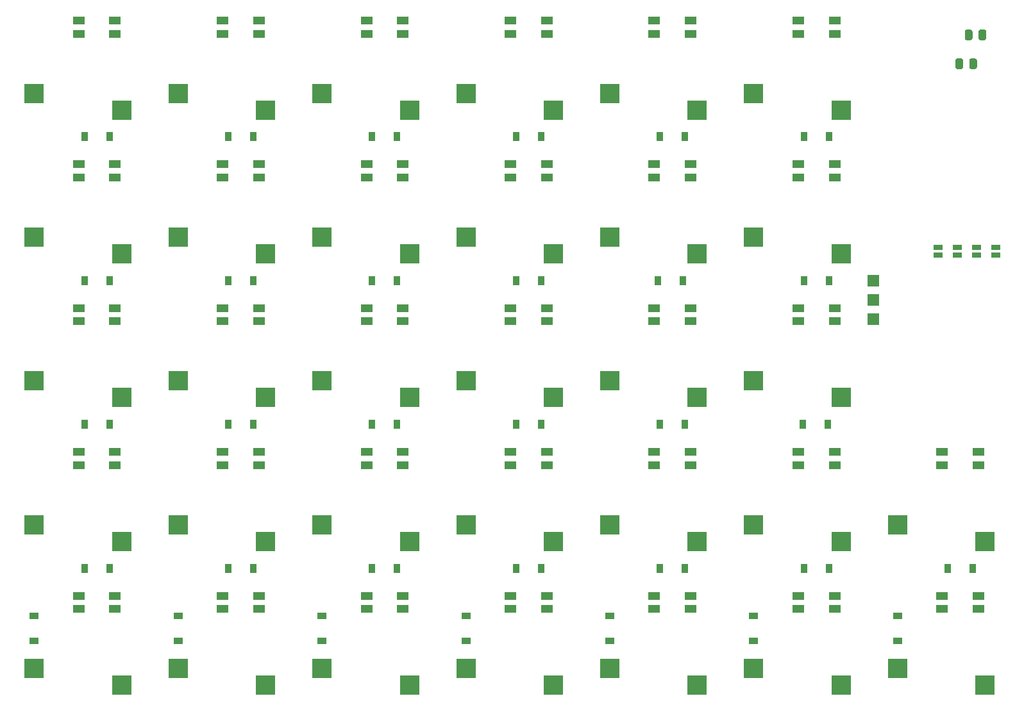
<source format=gbr>
G04 #@! TF.GenerationSoftware,KiCad,Pcbnew,(5.1.10)-1*
G04 #@! TF.CreationDate,2021-11-03T01:03:34+01:00*
G04 #@! TF.ProjectId,helix,68656c69-782e-46b6-9963-61645f706362,rev?*
G04 #@! TF.SameCoordinates,Original*
G04 #@! TF.FileFunction,Paste,Bot*
G04 #@! TF.FilePolarity,Positive*
%FSLAX46Y46*%
G04 Gerber Fmt 4.6, Leading zero omitted, Abs format (unit mm)*
G04 Created by KiCad (PCBNEW (5.1.10)-1) date 2021-11-03 01:03:34*
%MOMM*%
%LPD*%
G01*
G04 APERTURE LIST*
%ADD10R,2.600000X2.600000*%
%ADD11R,0.900000X1.200000*%
%ADD12R,1.600000X1.000000*%
%ADD13R,1.200000X0.900000*%
%ADD14R,1.524000X1.524000*%
%ADD15R,1.143000X0.635000*%
G04 APERTURE END LIST*
D10*
X197725000Y-132750000D03*
X209275000Y-134950000D03*
X178725000Y-132750000D03*
X190275000Y-134950000D03*
X159725000Y-132750000D03*
X171275000Y-134950000D03*
X140725000Y-132750000D03*
X152275000Y-134950000D03*
X121725000Y-132750000D03*
X133275000Y-134950000D03*
X102725000Y-132750000D03*
X114275000Y-134950000D03*
X83725000Y-132750000D03*
X95275000Y-134950000D03*
X197725000Y-113750000D03*
X209275000Y-115950000D03*
X178725000Y-113750000D03*
X190275000Y-115950000D03*
X159725000Y-113750000D03*
X171275000Y-115950000D03*
X140725000Y-113750000D03*
X152275000Y-115950000D03*
X121725000Y-113750000D03*
X133275000Y-115950000D03*
X102725000Y-113750000D03*
X114275000Y-115950000D03*
X83725000Y-113750000D03*
X95275000Y-115950000D03*
X178725000Y-94750000D03*
X190275000Y-96950000D03*
X159725000Y-94750000D03*
X171275000Y-96950000D03*
X140725000Y-94750000D03*
X152275000Y-96950000D03*
X121725000Y-94750000D03*
X133275000Y-96950000D03*
X102725000Y-94750000D03*
X114275000Y-96950000D03*
X83725000Y-94750000D03*
X95275000Y-96950000D03*
X178725000Y-75750000D03*
X190275000Y-77950000D03*
X159725000Y-75750000D03*
X171275000Y-77950000D03*
X140725000Y-75750000D03*
X152275000Y-77950000D03*
X121725000Y-75750000D03*
X133275000Y-77950000D03*
X102725000Y-75750000D03*
X114275000Y-77950000D03*
X83725000Y-75750000D03*
X95275000Y-77950000D03*
X178725000Y-56750000D03*
X190275000Y-58950000D03*
X159725000Y-56750000D03*
X171275000Y-58950000D03*
X140725000Y-56750000D03*
X152275000Y-58950000D03*
X121725000Y-56750000D03*
X133275000Y-58950000D03*
X102725000Y-56750000D03*
X114275000Y-58950000D03*
X83725000Y-56750000D03*
X95275000Y-58950000D03*
G36*
G01*
X206588300Y-49489680D02*
X206588300Y-48589880D01*
G75*
G02*
X206838400Y-48339780I250100J0D01*
G01*
X207363200Y-48339780D01*
G75*
G02*
X207613300Y-48589880I0J-250100D01*
G01*
X207613300Y-49489680D01*
G75*
G02*
X207363200Y-49739780I-250100J0D01*
G01*
X206838400Y-49739780D01*
G75*
G02*
X206588300Y-49489680I0J250100D01*
G01*
G37*
G36*
G01*
X208413300Y-49489680D02*
X208413300Y-48589880D01*
G75*
G02*
X208663400Y-48339780I250100J0D01*
G01*
X209188200Y-48339780D01*
G75*
G02*
X209438300Y-48589880I0J-250100D01*
G01*
X209438300Y-49489680D01*
G75*
G02*
X209188200Y-49739780I-250100J0D01*
G01*
X208663400Y-49739780D01*
G75*
G02*
X208413300Y-49489680I0J250100D01*
G01*
G37*
G36*
G01*
X205360110Y-53297140D02*
X205360110Y-52397340D01*
G75*
G02*
X205610210Y-52147240I250100J0D01*
G01*
X206135010Y-52147240D01*
G75*
G02*
X206385110Y-52397340I0J-250100D01*
G01*
X206385110Y-53297140D01*
G75*
G02*
X206135010Y-53547240I-250100J0D01*
G01*
X205610210Y-53547240D01*
G75*
G02*
X205360110Y-53297140I0J250100D01*
G01*
G37*
G36*
G01*
X207185110Y-53297140D02*
X207185110Y-52397340D01*
G75*
G02*
X207435210Y-52147240I250100J0D01*
G01*
X207960010Y-52147240D01*
G75*
G02*
X208210110Y-52397340I0J-250100D01*
G01*
X208210110Y-53297140D01*
G75*
G02*
X207960010Y-53547240I-250100J0D01*
G01*
X207435210Y-53547240D01*
G75*
G02*
X207185110Y-53297140I0J250100D01*
G01*
G37*
D11*
X131650000Y-62500000D03*
X128350000Y-62500000D03*
X207633000Y-119500000D03*
X204333000Y-119500000D03*
D12*
X151400000Y-48875000D03*
X151400000Y-47125000D03*
X146600000Y-47125000D03*
X146600000Y-48875000D03*
D13*
X197725000Y-125814400D03*
X197725000Y-129114400D03*
X178725000Y-125814400D03*
X178725000Y-129114400D03*
X159725000Y-125814400D03*
X159725000Y-129114400D03*
X140725000Y-125814400D03*
X140725000Y-129114400D03*
X121725000Y-125814400D03*
X121725000Y-129114400D03*
X102725000Y-125814400D03*
X102725000Y-129114400D03*
X83725000Y-129114400D03*
X83725000Y-125814400D03*
D11*
X188659200Y-119500000D03*
X185359200Y-119500000D03*
X169650000Y-119500000D03*
X166350000Y-119500000D03*
X150650000Y-119500000D03*
X147350000Y-119500000D03*
X131650000Y-119500000D03*
X128350000Y-119500000D03*
X112650000Y-119500000D03*
X109350000Y-119500000D03*
X93650000Y-119500000D03*
X90350000Y-119500000D03*
X188548400Y-100500000D03*
X185248400Y-100500000D03*
X169650000Y-100500000D03*
X166350000Y-100500000D03*
X150650000Y-100500000D03*
X147350000Y-100500000D03*
X131650000Y-100500000D03*
X128350000Y-100500000D03*
X112650000Y-100500000D03*
X109350000Y-100500000D03*
X93650000Y-100500000D03*
X90350000Y-100500000D03*
X188650000Y-81500000D03*
X185350000Y-81500000D03*
X169380600Y-81500000D03*
X166080600Y-81500000D03*
X150650000Y-81500000D03*
X147350000Y-81500000D03*
X131650000Y-81500000D03*
X128350000Y-81500000D03*
X112650000Y-81500000D03*
X109350000Y-81500000D03*
X93650000Y-81500000D03*
X90350000Y-81500000D03*
X185350000Y-62500000D03*
X188650000Y-62500000D03*
X166350000Y-62500000D03*
X169650000Y-62500000D03*
X147350000Y-62500000D03*
X150650000Y-62500000D03*
X112650000Y-62500000D03*
X109350000Y-62500000D03*
X93650000Y-62500000D03*
X90350000Y-62500000D03*
D14*
X194517440Y-86565320D03*
X194517440Y-84025320D03*
X194517440Y-81485320D03*
D12*
X94400000Y-48875000D03*
X94400000Y-47125000D03*
X89600000Y-47125000D03*
X89600000Y-48875000D03*
X113400000Y-48875000D03*
X113400000Y-47125000D03*
X108600000Y-47125000D03*
X108600000Y-48875000D03*
D15*
X210682000Y-77124620D03*
X210682000Y-78125380D03*
X208142000Y-77124620D03*
X208142000Y-78125380D03*
X205602000Y-77124620D03*
X205602000Y-78125380D03*
X203062000Y-78125380D03*
X203062000Y-77124620D03*
D12*
X132400000Y-48875000D03*
X132400000Y-47125000D03*
X127600000Y-47125000D03*
X127600000Y-48875000D03*
X170400000Y-48875000D03*
X170400000Y-47125000D03*
X165600000Y-47125000D03*
X165600000Y-48875000D03*
X89600000Y-66125000D03*
X89600000Y-67875000D03*
X94400000Y-67875000D03*
X94400000Y-66125000D03*
X108600000Y-66125000D03*
X108600000Y-67875000D03*
X113400000Y-67875000D03*
X113400000Y-66125000D03*
X127600000Y-66125000D03*
X127600000Y-67875000D03*
X132400000Y-67875000D03*
X132400000Y-66125000D03*
X146600000Y-66125000D03*
X146600000Y-67875000D03*
X151400000Y-67875000D03*
X151400000Y-66125000D03*
X165600000Y-66125000D03*
X165600000Y-67875000D03*
X170400000Y-67875000D03*
X170400000Y-66125000D03*
X184600000Y-66125000D03*
X184600000Y-67875000D03*
X189400000Y-67875000D03*
X189400000Y-66125000D03*
X94400000Y-86875000D03*
X94400000Y-85125000D03*
X89600000Y-85125000D03*
X89600000Y-86875000D03*
X113400000Y-86875000D03*
X113400000Y-85125000D03*
X108600000Y-85125000D03*
X108600000Y-86875000D03*
X132400000Y-86875000D03*
X132400000Y-85125000D03*
X127600000Y-85125000D03*
X127600000Y-86875000D03*
X151400000Y-86875000D03*
X151400000Y-85125000D03*
X146600000Y-85125000D03*
X146600000Y-86875000D03*
X170400000Y-86875000D03*
X170400000Y-85125000D03*
X165600000Y-85125000D03*
X165600000Y-86875000D03*
X189400000Y-86875000D03*
X189400000Y-85125000D03*
X184600000Y-85125000D03*
X184600000Y-86875000D03*
X89600000Y-104125000D03*
X89600000Y-105875000D03*
X94400000Y-105875000D03*
X94400000Y-104125000D03*
X108600000Y-104125000D03*
X108600000Y-105875000D03*
X113400000Y-105875000D03*
X113400000Y-104125000D03*
X127600000Y-104125000D03*
X127600000Y-105875000D03*
X132400000Y-105875000D03*
X132400000Y-104125000D03*
X146600000Y-104125000D03*
X146600000Y-105875000D03*
X151400000Y-105875000D03*
X151400000Y-104125000D03*
X165600000Y-104125000D03*
X165600000Y-105875000D03*
X170400000Y-105875000D03*
X170400000Y-104125000D03*
X184600000Y-104125000D03*
X184600000Y-105875000D03*
X189400000Y-105875000D03*
X189400000Y-104125000D03*
X203600000Y-104125000D03*
X203600000Y-105875000D03*
X208400000Y-105875000D03*
X208400000Y-104125000D03*
X94400000Y-124875000D03*
X94400000Y-123125000D03*
X89600000Y-123125000D03*
X89600000Y-124875000D03*
X113400000Y-124875000D03*
X113400000Y-123125000D03*
X108600000Y-123125000D03*
X108600000Y-124875000D03*
X132400000Y-124875000D03*
X132400000Y-123125000D03*
X127600000Y-123125000D03*
X127600000Y-124875000D03*
X151400000Y-124875000D03*
X151400000Y-123125000D03*
X146600000Y-123125000D03*
X146600000Y-124875000D03*
X170400000Y-124875000D03*
X170400000Y-123125000D03*
X165600000Y-123125000D03*
X165600000Y-124875000D03*
X189400000Y-124875000D03*
X189400000Y-123125000D03*
X184600000Y-123125000D03*
X184600000Y-124875000D03*
X208400000Y-124875000D03*
X208400000Y-123125000D03*
X203600000Y-123125000D03*
X203600000Y-124875000D03*
X189400000Y-48875000D03*
X189400000Y-47125000D03*
X184600000Y-47125000D03*
X184600000Y-48875000D03*
M02*

</source>
